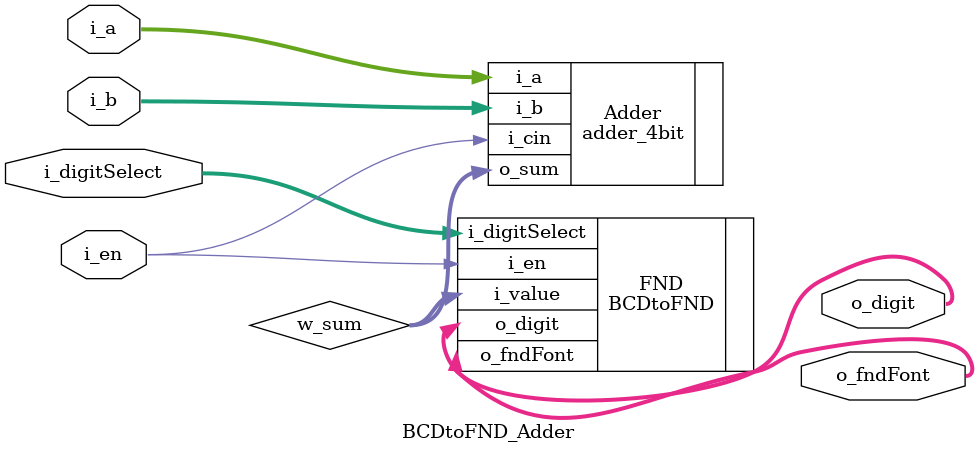
<source format=v>
`timescale 1ns / 1ps

module BCDtoFND_Adder(
    input [1:0] i_digitSelect,
    input [3:0] i_a,
    input [3:0] i_b,
    input i_en,
    output [3:0] o_digit,
    output [7:0] o_fndFont
    );

    wire [3:0] w_sum;

    adder_4bit Adder(
    .i_a(i_a), 
    .i_b(i_b), 
    .i_cin(i_en),
    .o_sum(w_sum)
    );

    BCDtoFND FND(
    .i_digitSelect(i_digitSelect),
    .i_value(w_sum),
    .i_en(i_en),
    .o_digit(o_digit),
    .o_fndFont(o_fndFont)
    );

endmodule

</source>
